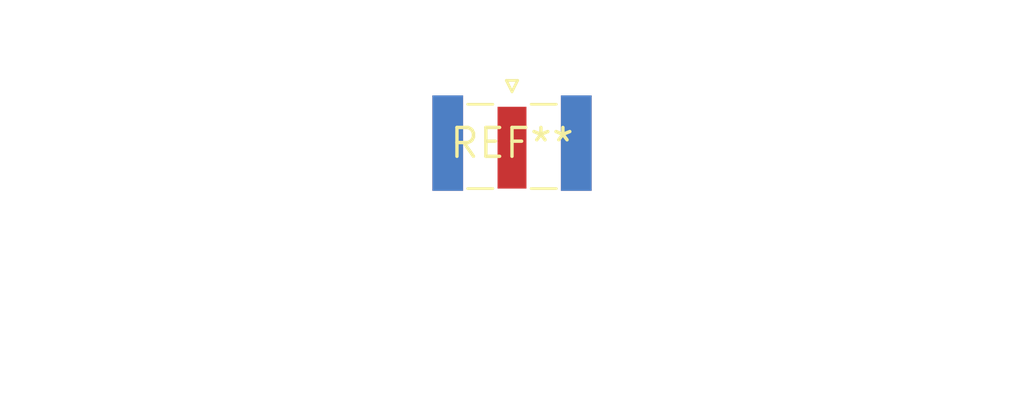
<source format=kicad_pcb>
(kicad_pcb (version 20240108) (generator pcbnew)
  (layers (0 "F.Cu" signal) (31 "B.Cu" signal) (34 "B.Paste" user) (35 "F.Paste" user) (36 "B.SilkS" user "B.Silkscreen") (37 "F.SilkS" user "F.Silkscreen") (38 "B.Mask" user) (39 "F.Mask" user) (44 "Edge.Cuts" user))
  (net 0 "")
  (footprint "SMA_Samtec_SMA-J-P-X-ST-EM1_EdgeMount" (layer "F.Cu") (at 0 0)
    (property "Reference" "REF**")
    (property "Value" "SMA_Samtec_SMA-J-P-X-ST-EM1_EdgeMount")
    (fp_line (start -1.95 -1.71) (end -0.84 -1.71) (layer "F.SilkS") (stroke (width 0.12)))
    (fp_line (start -1.95 2) (end -0.84 2) (layer "F.SilkS") (stroke (width 0.12)))
    (fp_line (start -0.25 -2.76) (end 0 -2.26) (layer "F.SilkS") (stroke (width 0.12)))
    (fp_line (start 0 -2.26) (end 0.25 -2.76) (layer "F.SilkS") (stroke (width 0.12)))
    (fp_line (start 0.25 -2.76) (end -0.25 -2.76) (layer "F.SilkS") (stroke (width 0.12)))
    (fp_line (start 0.84 -1.71) (end 1.95 -1.71) (layer "F.SilkS") (stroke (width 0.12)))
    (fp_line (start 0.84 2) (end 1.95 2) (layer "F.SilkS") (stroke (width 0.12)))
    (pad "1" smd rect (at 0 0.2) (size 1.27 3.6) (layers "F.Cu" "F.Paste" "F.Mask"))
    (pad "2" smd rect (at -2.825 0) (size 1.35 4.2) (layers "F.Cu" "F.Paste" "F.Mask"))
    (pad "2" smd rect (at -2.825 0) (size 1.35 4.2) (layers "B.Cu" "B.Paste" "B.Mask"))
    (pad "2" smd rect (at 2.825 0) (size 1.35 4.2) (layers "F.Cu" "F.Paste" "F.Mask"))
    (pad "2" smd rect (at 2.825 0) (size 1.35 4.2) (layers "B.Cu" "B.Paste" "B.Mask"))
  )
)
</source>
